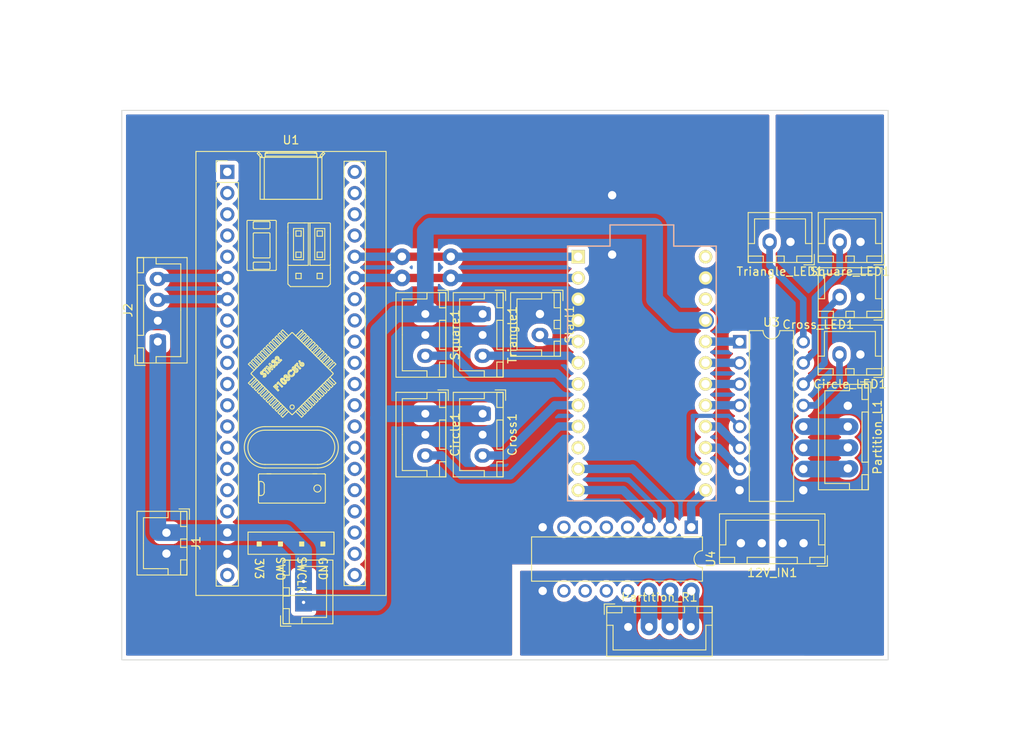
<source format=kicad_pcb>
(kicad_pcb (version 20210722) (generator pcbnew)
  (layers (0 "F.Cu" signal) (31 "B.Cu" signal) (34 "B.Paste" user) (35 "F.Paste" user) (36 "B.SilkS" user "B.Silkscreen") (37 "F.SilkS" user "F.Silkscreen") (38 "B.Mask" user) (39 "F.Mask" user) (44 "Edge.Cuts" user))
  (net 0 "")
  (net 9 "Net-(U1-Pad35)")
  (net 11 "Net-(U1-Pad36)")
  (net 35 "Net-(Circle_LED1-Pad2)")
  (net 38 "Net-(Circle1-Pad3)")
  (net 39 "Net-(Circle1-Pad1)")
  (net 40 "Net-(J2-Pad3)")
  (net 41 "Net-(J2-Pad4)")
  (net 42 "Net-(Cross1-Pad3)")
  (net 43 "Net-(Cross_LED1-Pad2)")
  (net 44 "Net-(Partition_L1-Pad2)")
  (net 45 "Net-(Partition_L1-Pad3)")
  (net 46 "Net-(Partition_L1-Pad4)")
  (net 47 "Net-(Partition_R1-Pad2)")
  (net 48 "Net-(Partition_R1-Pad3)")
  (net 49 "Net-(Partition_R1-Pad4)")
  (net 52 "Net-(Square_LED1-Pad2)")
  (net 53 "Net-(Triangle_LED1-Pad2)")
  (net 54 "Net-(U2-Pad11)")
  (net 55 "Net-(U2-Pad12)")
  (net 56 "Net-(U2-Pad13)")
  (net 57 "Net-(U2-Pad14)")
  (net 58 "Net-(U2-Pad15)")
  (net 59 "Net-(U2-Pad16)")
  (net 60 "Net-(U2-Pad17)")
  (net 61 "Net-(U2-Pad18)")
  (net 62 "Net-(U2-Pad19)")
  (net 63 "Net-(U2-Pad20)")
  (net 72 "Net-(12V_IN1-Pad1)")
  (net 73 "Net-(Square1-Pad3)")
  (net 74 "Net-(Arduino_power1-Pad2)")
  (net 75 "Net-(12V_IN1-Pad3)")
  (net 76 "Net-(Start1-Pad2)")
  (net 77 "Net-(Triangle1-Pad3)")
  (footprint "Connector_JST:JST_XH_B3B-XH-A_1x03_P2.50mm_Vertical" (layer "F.Cu") (at 198.374 91.694 -90)
    (fp_text reference "Cross1" (at 2.5 -3.55 90) (layer "F.SilkS"))
    (fp_text value "Cross_Conn_01x03")
    (pad "1" thru_hole roundrect locked (at 0 0 270) (size 1.7 1.95) (drill 0.95) (layers *.Cu *.Mask) (roundrect_rratio 0.147059) (net 39 "Net-(Circle1-Pad1)"))
    (pad "2" thru_hole oval locked (at 2.5 0 270) (size 1.7 1.95) (drill 0.95) (layers *.Cu *.Mask) (net 75 "Net-(12V_IN1-Pad3)"))
    (pad "3" thru_hole oval locked (at 5 0 270) (size 1.7 1.95) (drill 0.95) (layers *.Cu *.Mask) (net 42 "Net-(Cross1-Pad3)"))
  )
  (footprint "Connector_JST:JST_XH_B2B-XH-A_1x02_P2.50mm_Vertical" (layer "F.Cu") (at 160.545 105.938 -90)
    (fp_text reference "J1" (at 1.25 -3.55 90) (layer "F.SilkS"))
    (fp_text value "Conn_01x02")
    (pad "1" thru_hole roundrect locked (at 0 0 270) (size 1.7 2) (drill 1) (layers *.Cu *.Mask) (roundrect_rratio 0.147059) (net 74 "Net-(Arduino_power1-Pad2)"))
    (pad "2" thru_hole oval locked (at 2.5 0 270) (size 1.7 2) (drill 1) (layers *.Cu *.Mask) (net 75 "Net-(12V_IN1-Pad3)"))
  )
  (footprint "Connector_JST:JST_XH_B3B-XH-A_1x03_P2.50mm_Vertical" (layer "F.Cu") (at 191.516 91.694 -90)
    (fp_text reference "Circle1" (at 2.5 -3.55 90) (layer "F.SilkS"))
    (fp_text value "Circle_Conn_01x03")
    (pad "1" thru_hole roundrect locked (at 0 0 270) (size 1.7 1.95) (drill 0.95) (layers *.Cu *.Mask) (roundrect_rratio 0.147059) (net 39 "Net-(Circle1-Pad1)"))
    (pad "2" thru_hole oval locked (at 2.5 0 270) (size 1.7 1.95) (drill 0.95) (layers *.Cu *.Mask) (net 75 "Net-(12V_IN1-Pad3)"))
    (pad "3" thru_hole oval locked (at 5 0 270) (size 1.7 1.95) (drill 0.95) (layers *.Cu *.Mask) (net 38 "Net-(Circle1-Pad3)"))
  )
  (footprint "bluepill:YAAJ_BluePill_1" (layer "F.Cu") (at 167.83 62.74)
    (fp_text reference "U1" (at 7.62 -3.81) (layer "F.SilkS"))
    (fp_text value "YAAJ_BluePill_Part_Like" hide)
    (fp_text user "SWCLK" (at 8.89 48.26 270 unlocked) (layer "F.SilkS") (effects (font (size 1 0.9))))
    (fp_text user "SWO" (at 6.35 47.498 270 unlocked) (layer "F.SilkS") (effects (font (size 1 0.9))))
    (fp_text user "GND" (at 11.43 47.498 270 unlocked) (layer "F.SilkS") (effects (font (size 1 0.9))))
    (fp_text user "3V3" (at 3.81 47.498 270 unlocked) (layer "F.SilkS") (effects (font (size 1 0.9))))
    (pad "1" thru_hole rect locked (at 0 0) (size 1.7 1.7) (drill 1) (layers *.Cu *.Mask))
    (pad "2" thru_hole circle locked (at 0 2.54) (size 1.7 1.7) (drill 1) (layers *.Cu *.Mask))
    (pad "3" thru_hole circle locked (at 0 5.08) (size 1.7 1.7) (drill 1) (layers *.Cu *.Mask))
    (pad "4" thru_hole circle locked (at 0 7.62) (size 1.7 1.7) (drill 1) (layers *.Cu *.Mask))
    (pad "5" thru_hole circle locked (at 0 10.16) (size 1.7 1.7) (drill 1) (layers *.Cu *.Mask))
    (pad "6" thru_hole circle locked (at 0 12.7) (size 1.7 1.7) (drill 1) (layers *.Cu *.Mask) (net 41 "Net-(J2-Pad4)"))
    (pad "7" thru_hole circle locked (at 0 15.24) (size 1.7 1.7) (drill 1) (layers *.Cu *.Mask) (net 40 "Net-(J2-Pad3)"))
    (pad "8" thru_hole circle locked (at 0 17.78) (size 1.7 1.7) (drill 1) (layers *.Cu *.Mask))
    (pad "9" thru_hole circle locked (at 0 20.32) (size 1.7 1.7) (drill 1) (layers *.Cu *.Mask))
    (pad "10" thru_hole circle locked (at 0 22.86) (size 1.7 1.7) (drill 1) (layers *.Cu *.Mask))
    (pad "11" thru_hole circle locked (at 0 25.4) (size 1.7 1.7) (drill 1) (layers *.Cu *.Mask))
    (pad "12" thru_hole circle locked (at 0 27.94) (size 1.7 1.7) (drill 1) (layers *.Cu *.Mask))
    (pad "13" thru_hole circle locked (at 0 30.48) (size 1.7 1.7) (drill 1) (layers *.Cu *.Mask))
    (pad "14" thru_hole circle locked (at 0 33.02) (size 1.7 1.7) (drill 1) (layers *.Cu *.Mask))
    (pad "15" thru_hole circle locked (at 0 35.56) (size 1.7 1.7) (drill 1) (layers *.Cu *.Mask))
    (pad "16" thru_hole circle locked (at 0 38.1) (size 1.7 1.7) (drill 1) (layers *.Cu *.Mask))
    (pad "17" thru_hole circle locked (at 0 40.64) (size 1.7 1.7) (drill 1) (layers *.Cu *.Mask))
    (pad "18" thru_hole circle locked (at 0 43.18) (size 1.7 1.7) (drill 1) (layers *.Cu *.Mask) (net 74 "Net-(Arduino_power1-Pad2)"))
    (pad "19" thru_hole circle locked (at 0 45.72) (size 1.7 1.7) (drill 1) (layers *.Cu *.Mask) (net 75 "Net-(12V_IN1-Pad3)"))
    (pad "20" thru_hole circle locked (at 0 48.26) (size 1.7 1.7) (drill 1) (layers *.Cu *.Mask))
    (pad "21" thru_hole circle locked (at 15.24 48.26) (size 1.7 1.7) (drill 1) (layers *.Cu *.Mask))
    (pad "22" thru_hole circle locked (at 15.24 45.72) (size 1.7 1.7) (drill 1) (layers *.Cu *.Mask))
    (pad "23" thru_hole circle locked (at 15.24 43.18) (size 1.7 1.7) (drill 1) (layers *.Cu *.Mask))
    (pad "24" thru_hole circle locked (at 15.24 40.64) (size 1.7 1.7) (drill 1) (layers *.Cu *.Mask))
    (pad "25" thru_hole circle locked (at 15.24 38.1) (size 1.7 1.7) (drill 1) (layers *.Cu *.Mask))
    (pad "26" thru_hole circle locked (at 15.24 35.56) (size 1.7 1.7) (drill 1) (layers *.Cu *.Mask))
    (pad "27" thru_hole circle locked (at 15.24 33.02) (size 1.7 1.7) (drill 1) (layers *.Cu *.Mask))
    (pad "28" thru_hole circle locked (at 15.24 30.48) (size 1.7 1.7) (drill 1) (layers *.Cu *.Mask))
    (pad "29" thru_hole circle locked (at 15.24 27.94) (size 1.7 1.7) (drill 1) (layers *.Cu *.Mask))
    (pad "30" thru_hole circle locked (at 15.24 25.4) (size 1.7 1.7) (drill 1) (layers *.Cu *.Mask))
    (pad "31" thru_hole circle locked (at 15.24 22.86) (size 1.7 1.7) (drill 1) (layers *.Cu *.Mask))
    (pad "32" thru_hole circle locked (at 15.24 20.32) (size 1.7 1.7) (drill 1) (layers *.Cu *.Mask))
    (pad "33" thru_hole circle locked (at 15.24 17.78) (size 1.7 1.7) (drill 1) (layers *.Cu *.Mask))
    (pad "34" thru_hole circle locked (at 15.24 15.24) (size 1.7 1.7) (drill 1) (layers *.Cu *.Mask))
    (pad "35" thru_hole circle locked (at 15.24 12.7) (size 1.7 1.7) (drill 1) (layers *.Cu *.Mask) (net 9 "Net-(U1-Pad35)"))
    (pad "36" thru_hole circle locked (at 15.24 10.16) (size 1.7 1.7) (drill 1) (layers *.Cu *.Mask) (net 11 "Net-(U1-Pad36)"))
    (pad "37" thru_hole circle locked (at 15.24 7.62) (size 1.7 1.7) (drill 1) (layers *.Cu *.Mask))
    (pad "38" thru_hole circle locked (at 15.24 5.08) (size 1.7 1.7) (drill 1) (layers *.Cu *.Mask))
    (pad "39" thru_hole circle locked (at 15.24 2.54) (size 1.7 1.7) (drill 1) (layers *.Cu *.Mask))
    (pad "40" thru_hole circle locked (at 15.24 0) (size 1.7 1.7) (drill 1) (layers *.Cu *.Mask))
  )
  (footprint "promicro:ProMicro" (layer "F.Cu") (at 217.424 86.868 -90)
    (fp_text reference "U2" hide)
    (fp_text value "ProMicro")
    (pad "1" thru_hole rect locked (at -13.97 7.62 270) (size 1.6 1.6) (drill 1) (layers *.Cu *.Mask "F.SilkS") (net 11 "Net-(U1-Pad36)"))
    (pad "2" thru_hole circle locked (at -11.43 7.62 270) (size 1.6 1.6) (drill 1) (layers *.Cu *.Mask "F.SilkS") (net 9 "Net-(U1-Pad35)"))
    (pad "3" thru_hole circle locked (at -8.89 7.62 270) (size 1.6 1.6) (drill 1) (layers *.Cu *.Mask "F.SilkS") (net 75 "Net-(12V_IN1-Pad3)"))
    (pad "4" thru_hole circle locked (at -6.35 7.62 270) (size 1.6 1.6) (drill 1) (layers *.Cu *.Mask "F.SilkS") (net 75 "Net-(12V_IN1-Pad3)"))
    (pad "5" thru_hole circle locked (at -3.81 7.62 270) (size 1.6 1.6) (drill 1) (layers *.Cu *.Mask "F.SilkS") (net 76 "Net-(Start1-Pad2)"))
    (pad "6" thru_hole circle locked (at -1.27 7.62 270) (size 1.6 1.6) (drill 1) (layers *.Cu *.Mask "F.SilkS") (net 77 "Net-(Triangle1-Pad3)"))
    (pad "7" thru_hole circle locked (at 1.27 7.62 270) (size 1.6 1.6) (drill 1) (layers *.Cu *.Mask "F.SilkS") (net 73 "Net-(Square1-Pad3)"))
    (pad "8" thru_hole circle locked (at 3.81 7.62 270) (size 1.6 1.6) (drill 1) (layers *.Cu *.Mask "F.SilkS") (net 42 "Net-(Cross1-Pad3)"))
    (pad "9" thru_hole circle locked (at 6.35 7.62 270) (size 1.6 1.6) (drill 1) (layers *.Cu *.Mask "F.SilkS") (net 38 "Net-(Circle1-Pad3)"))
    (pad "10" thru_hole circle locked (at 8.89 7.62 270) (size 1.6 1.6) (drill 1) (layers *.Cu *.Mask "F.SilkS"))
    (pad "11" thru_hole circle locked (at 11.43 7.62 270) (size 1.6 1.6) (drill 1) (layers *.Cu *.Mask "F.SilkS") (net 54 "Net-(U2-Pad11)"))
    (pad "12" thru_hole circle locked (at 13.97 7.62 270) (size 1.6 1.6) (drill 1) (layers *.Cu *.Mask "F.SilkS") (net 55 "Net-(U2-Pad12)"))
    (pad "13" thru_hole circle locked (at 13.97 -7.62 270) (size 1.6 1.6) (drill 1) (layers *.Cu *.Mask "F.SilkS") (net 56 "Net-(U2-Pad13)"))
    (pad "14" thru_hole circle locked (at 11.43 -7.62 270) (size 1.6 1.6) (drill 1) (layers *.Cu *.Mask "F.SilkS") (net 57 "Net-(U2-Pad14)"))
    (pad "15" thru_hole circle locked (at 8.89 -7.62 270) (size 1.6 1.6) (drill 1) (layers *.Cu *.Mask "F.SilkS") (net 58 "Net-(U2-Pad15)"))
    (pad "16" thru_hole circle locked (at 6.35 -7.62 270) (size 1.6 1.6) (drill 1) (layers *.Cu *.Mask "F.SilkS") (net 59 "Net-(U2-Pad16)"))
    (pad "17" thru_hole circle locked (at 3.81 -7.62 270) (size 1.6 1.6) (drill 1) (layers *.Cu *.Mask "F.SilkS") (net 60 "Net-(U2-Pad17)"))
    (pad "18" thru_hole circle locked (at 1.27 -7.62 270) (size 1.6 1.6) (drill 1) (layers *.Cu *.Mask "F.SilkS") (net 61 "Net-(U2-Pad18)"))
    (pad "19" thru_hole circle locked (at -1.27 -7.62 270) (size 1.6 1.6) (drill 1) (layers *.Cu *.Mask "F.SilkS") (net 62 "Net-(U2-Pad19)"))
    (pad "20" thru_hole circle locked (at -3.81 -7.62 270) (size 1.6 1.6) (drill 1) (layers *.Cu *.Mask "F.SilkS") (net 63 "Net-(U2-Pad20)"))
    (pad "21" thru_hole circle locked (at -6.35 -7.62 270) (size 1.6 1.6) (drill 1) (layers *.Cu *.Mask "F.SilkS") (net 39 "Net-(Circle1-Pad1)"))
    (pad "22" thru_hole circle locked (at -8.89 -7.62 270) (size 1.6 1.6) (drill 1) (layers *.Cu *.Mask "F.SilkS"))
    (pad "23" thru_hole circle locked (at -11.43 -7.62 270) (size 1.6 1.6) (drill 1) (layers *.Cu *.Mask "F.SilkS") (net 75 "Net-(12V_IN1-Pad3)"))
    (pad "24" thru_hole circle locked (at -13.97 -7.62 270) (size 1.6 1.6) (drill 1) (layers *.Cu *.Mask "F.SilkS"))
  )
  (footprint "Connector_JST:JST_XH_B4B-XH-A_1x04_P2.50mm_Vertical" (layer "F.Cu") (at 242.062 90.738 -90)
    (fp_text reference "Partition_L1" (at 3.75 -3.55 90) (layer "F.SilkS"))
    (fp_text value "Conn_01x04")
    (pad "1" thru_hole roundrect locked (at 0 0 270) (size 1.7 1.95) (drill 1) (layers *.Cu *.Mask) (roundrect_rratio 0.147059) (net 72 "Net-(12V_IN1-Pad1)"))
    (pad "2" thru_hole oval locked (at 2.5 0 270) (size 1.7 1.95) (drill 1) (layers *.Cu *.Mask) (net 44 "Net-(Partition_L1-Pad2)"))
    (pad "3" thru_hole oval locked (at 5 0 270) (size 1.7 1.95) (drill 1) (layers *.Cu *.Mask) (net 45 "Net-(Partition_L1-Pad3)"))
    (pad "4" thru_hole oval locked (at 7.5 0 270) (size 1.7 1.95) (drill 1) (layers *.Cu *.Mask) (net 46 "Net-(Partition_L1-Pad4)"))
  )
  (footprint "Connector_JST:JST_XH_B3B-XH-A_1x03_P2.50mm_Vertical" (layer "F.Cu") (at 191.516 79.756 -90)
    (fp_text reference "Square1" (at 2.5 -3.55 90) (layer "F.SilkS"))
    (fp_text value "Square_Conn_01x03")
    (pad "1" thru_hole roundrect locked (at 0 0 270) (size 1.7 1.95) (drill 0.95) (layers *.Cu *.Mask) (roundrect_rratio 0.147059) (net 39 "Net-(Circle1-Pad1)"))
    (pad "2" thru_hole oval locked (at 2.5 0 270) (size 1.7 1.95) (drill 0.95) (layers *.Cu *.Mask) (net 75 "Net-(12V_IN1-Pad3)"))
    (pad "3" thru_hole oval locked (at 5 0 270) (size 1.7 1.95) (drill 0.95) (layers *.Cu *.Mask) (net 73 "Net-(Square1-Pad3)"))
  )
  (footprint "Connector_JST:JST_XH_B4B-XH-A_1x04_P2.50mm_Vertical" (layer "F.Cu") (at 236.771 107.188 180)
    (fp_text reference "12V_IN1" (at 3.75 -3.55) (layer "F.SilkS"))
    (fp_text value "Conn_01x04")
    (pad "1" thru_hole roundrect locked (at 0 0 180) (size 1.7 1.95) (drill 1) (layers *.Cu *.Mask) (roundrect_rratio 0.147059) (net 72 "Net-(12V_IN1-Pad1)"))
    (pad "2" thru_hole oval locked (at 2.5 0 180) (size 1.7 1.95) (drill 1) (layers *.Cu *.Mask) (net 72 "Net-(12V_IN1-Pad1)"))
    (pad "3" thru_hole oval locked (at 5 0 180) (size 1.7 1.95) (drill 1) (layers *.Cu *.Mask) (net 75 "Net-(12V_IN1-Pad3)"))
    (pad "4" thru_hole oval locked (at 7.5 0 180) (size 1.7 1.95) (drill 1) (layers *.Cu *.Mask) (net 75 "Net-(12V_IN1-Pad3)"))
  )
  (footprint "Connector_JST:JST_XH_B3B-XH-A_1x03_P2.50mm_Vertical" (layer "F.Cu") (at 198.374 79.756 -90)
    (fp_text reference "Triangle1" (at 2.5 -3.55 90) (layer "F.SilkS"))
    (fp_text value "Triangle_Conn_01x03")
    (pad "1" thru_hole roundrect locked (at 0 0 270) (size 1.7 1.95) (drill 0.95) (layers *.Cu *.Mask) (roundrect_rratio 0.147059) (net 39 "Net-(Circle1-Pad1)"))
    (pad "2" thru_hole oval locked (at 2.5 0 270) (size 1.7 1.95) (drill 0.95) (layers *.Cu *.Mask) (net 75 "Net-(12V_IN1-Pad3)"))
    (pad "3" thru_hole oval locked (at 5 0 270) (size 1.7 1.95) (drill 0.95) (layers *.Cu *.Mask) (net 77 "Net-(Triangle1-Pad3)"))
  )
  (footprint "Connector_JST:JST_XH_B2B-XH-A_1x02_P2.50mm_Vertical" (layer "F.Cu") (at 205.232 79.756 -90)
    (fp_text reference "Start1" (at 1.25 -3.55 90) (layer "F.SilkS"))
    (fp_text value "START_Conn_01x02")
    (pad "1" thru_hole roundrect locked (at 0 0 270) (size 1.7 2) (drill 1) (layers *.Cu *.Mask) (roundrect_rratio 0.147059) (net 75 "Net-(12V_IN1-Pad3)"))
    (pad "2" thru_hole oval locked (at 2.5 0 270) (size 1.7 2) (drill 1) (layers *.Cu *.Mask) (net 76 "Net-(Start1-Pad2)"))
  )
  (footprint "Connector_JST:JST_XH_B2B-XH-A_1x02_P2.50mm_Vertical" (layer "F.Cu") (at 243.586 71.12 180)
    (fp_text reference "Square_LED1" (at 1.25 -3.55) (layer "F.SilkS"))
    (fp_text value "Conn_01x02")
    (pad "1" thru_hole roundrect locked (at 0 0 180) (size 1.7 2) (drill 1) (layers *.Cu *.Mask) (roundrect_rratio 0.147059) (net 72 "Net-(12V_IN1-Pad1)"))
    (pad "2" thru_hole oval locked (at 2.5 0 180) (size 1.7 2) (drill 1) (layers *.Cu *.Mask) (net 52 "Net-(Square_LED1-Pad2)"))
  )
  (footprint "Connector_JST:JST_XH_B2B-XH-A_1x02_P2.50mm_Vertical" (layer "F.Cu") (at 176.95 114.275 90)
    (fp_text reference "Arduino_power1" hide)
    (fp_text value "Conn_01x02" hide)
    (pad "1" thru_hole rect locked (at 0 0 90) (size 2.2 2) (drill 0.4) (layers *.Cu *.Mask) (net 39 "Net-(Circle1-Pad1)"))
    (pad "2" thru_hole rect locked (at 2.5 0 90) (size 2.2 2) (drill 0.4) (layers *.Cu *.Mask) (net 74 "Net-(Arduino_power1-Pad2)"))
  )
  (footprint "Connector_JST:JST_XH_B2B-XH-A_1x02_P2.50mm_Vertical" (layer "F.Cu") (at 235.204 71.12 180)
    (fp_text reference "Triangle_LED1" (at 1.25 -3.55) (layer "F.SilkS"))
    (fp_text value "Conn_01x02")
    (pad "1" thru_hole roundrect locked (at 0 0 180) (size 1.7 2) (drill 1) (layers *.Cu *.Mask) (roundrect_rratio 0.147059) (net 72 "Net-(12V_IN1-Pad1)"))
    (pad "2" thru_hole oval locked (at 2.5 0 180) (size 1.7 2) (drill 1) (layers *.Cu *.Mask) (net 53 "Net-(Triangle_LED1-Pad2)"))
  )
  (footprint "Package_DIP:DIP-16_W7.62mm" (layer "F.Cu") (at 223.34 105.28 -90)
    (fp_text reference "U4" (at 3.81 -2.33 90) (layer "F.SilkS"))
    (fp_text value "ULN2003")
    (pad "1" thru_hole rect locked (at 0 0 270) (size 1.6 1.6) (drill 1) (layers *.Cu *.Mask) (net 56 "Net-(U2-Pad13)"))
    (pad "2" thru_hole oval locked (at 0 2.54 270) (size 1.6 1.6) (drill 1) (layers *.Cu *.Mask) (net 54 "Net-(U2-Pad11)"))
    (pad "3" thru_hole oval locked (at 0 5.08 270) (size 1.6 1.6) (drill 1) (layers *.Cu *.Mask) (net 55 "Net-(U2-Pad12)"))
    (pad "4" thru_hole oval locked (at 0 7.62 270) (size 1.6 1.6) (drill 1) (layers *.Cu *.Mask))
    (pad "5" thru_hole oval locked (at 0 10.16 270) (size 1.6 1.6) (drill 1) (layers *.Cu *.Mask))
    (pad "6" thru_hole oval locked (at 0 12.7 270) (size 1.6 1.6) (drill 1) (layers *.Cu *.Mask))
    (pad "7" thru_hole oval locked (at 0 15.24 270) (size 1.6 1.6) (drill 1) (layers *.Cu *.Mask))
    (pad "8" thru_hole oval locked (at 0 17.78 270) (size 1.6 1.6) (drill 1) (layers *.Cu *.Mask) (net 75 "Net-(12V_IN1-Pad3)"))
    (pad "9" thru_hole oval locked (at 7.62 17.78 270) (size 1.6 1.6) (drill 1) (layers *.Cu *.Mask) (net 72 "Net-(12V_IN1-Pad1)"))
    (pad "10" thru_hole oval locked (at 7.62 15.24 270) (size 1.6 1.6) (drill 1) (layers *.Cu *.Mask))
    (pad "11" thru_hole oval locked (at 7.62 12.7 270) (size 1.6 1.6) (drill 1) (layers *.Cu *.Mask))
    (pad "12" thru_hole oval locked (at 7.62 10.16 270) (size 1.6 1.6) (drill 1) (layers *.Cu *.Mask))
    (pad "13" thru_hole oval locked (at 7.62 7.62 270) (size 1.6 1.6) (drill 1) (layers *.Cu *.Mask))
    (pad "14" thru_hole oval locked (at 7.62 5.08 270) (size 1.6 1.6) (drill 1) (layers *.Cu *.Mask) (net 47 "Net-(Partition_R1-Pad2)"))
    (pad "15" thru_hole oval locked (at 7.62 2.54 270) (size 1.6 1.6) (drill 1) (layers *.Cu *.Mask) (net 48 "Net-(Partition_R1-Pad3)"))
    (pad "16" thru_hole oval locked (at 7.62 0 270) (size 1.6 1.6) (drill 1) (layers *.Cu *.Mask) (net 49 "Net-(Partition_R1-Pad4)"))
  )
  (footprint "Package_DIP:DIP-16_W7.62mm" (layer "F.Cu") (at 229.118 83.073)
    (fp_text reference "U3" (at 3.81 -2.33) (layer "F.SilkS"))
    (fp_text value "ULN2003")
    (pad "1" thru_hole rect locked (at 0 0) (size 1.6 1.6) (drill 1) (layers *.Cu *.Mask) (net 63 "Net-(U2-Pad20)"))
    (pad "2" thru_hole oval locked (at 0 2.54) (size 1.6 1.6) (drill 1) (layers *.Cu *.Mask) (net 62 "Net-(U2-Pad19)"))
    (pad "3" thru_hole oval locked (at 0 5.08) (size 1.6 1.6) (drill 1) (layers *.Cu *.Mask) (net 61 "Net-(U2-Pad18)"))
    (pad "4" thru_hole oval locked (at 0 7.62) (size 1.6 1.6) (drill 1) (layers *.Cu *.Mask) (net 60 "Net-(U2-Pad17)"))
    (pad "5" thru_hole oval locked (at 0 10.16) (size 1.6 1.6) (drill 1) (layers *.Cu *.Mask) (net 57 "Net-(U2-Pad14)"))
    (pad "6" thru_hole oval locked (at 0 12.7) (size 1.6 1.6) (drill 1) (layers *.Cu *.Mask) (net 59 "Net-(U2-Pad16)"))
    (pad "7" thru_hole oval locked (at 0 15.24) (size 1.6 1.6) (drill 1) (layers *.Cu *.Mask) (net 58 "Net-(U2-Pad15)"))
    (pad "8" thru_hole oval locked (at 0 17.78) (size 1.6 1.6) (drill 1) (layers *.Cu *.Mask) (net 75 "Net-(12V_IN1-Pad3)"))
    (pad "9" thru_hole oval locked (at 7.62 17.78) (size 1.6 1.6) (drill 1) (layers *.Cu *.Mask) (net 72 "Net-(12V_IN1-Pad1)"))
    (pad "10" thru_hole oval locked (at 7.62 15.24) (size 1.6 1.6) (drill 1) (layers *.Cu *.Mask) (net 46 "Net-(Partition_L1-Pad4)"))
    (pad "11" thru_hole oval locked (at 7.62 12.7) (size 1.6 1.6) (drill 1) (layers *.Cu *.Mask) (net 45 "Net-(Partition_L1-Pad3)"))
    (pad "12" thru_hole oval locked (at 7.62 10.16) (size 1.6 1.6) (drill 1) (layers *.Cu *.Mask) (net 44 "Net-(Partition_L1-Pad2)"))
    (pad "13" thru_hole oval locked (at 7.62 7.62) (size 1.6 1.6) (drill 1) (layers *.Cu *.Mask) (net 35 "Net-(Circle_LED1-Pad2)"))
    (pad "14" thru_hole oval locked (at 7.62 5.08) (size 1.6 1.6) (drill 1) (layers *.Cu *.Mask) (net 43 "Net-(Cross_LED1-Pad2)"))
    (pad "15" thru_hole oval locked (at 7.62 2.54) (size 1.6 1.6) (drill 1) (layers *.Cu *.Mask) (net 52 "Net-(Square_LED1-Pad2)"))
    (pad "16" thru_hole oval locked (at 7.62 0) (size 1.6 1.6) (drill 1) (layers *.Cu *.Mask) (net 53 "Net-(Triangle_LED1-Pad2)"))
  )
  (footprint "Connector_JST:JST_XH_B4B-XH-A_1x04_P2.50mm_Vertical" (layer "F.Cu") (at 215.78 117.218)
    (fp_text reference "Partition_R1" (at 3.75 -3.55) (layer "F.SilkS"))
    (fp_text value "Conn_01x04")
    (pad "1" thru_hole roundrect locked (at 0 0) (size 1.7 1.95) (drill 0.95) (layers *.Cu *.Mask) (roundrect_rratio 0.147059) (net 72 "Net-(12V_IN1-Pad1)"))
    (pad "2" thru_hole oval locked (at 2.5 0) (size 1.7 1.95) (drill 0.95) (layers *.Cu *.Mask) (net 47 "Net-(Partition_R1-Pad2)"))
    (pad "3" thru_hole oval locked (at 5 0) (size 1.7 1.95) (drill 0.95) (layers *.Cu *.Mask) (net 48 "Net-(Partition_R1-Pad3)"))
    (pad "4" thru_hole oval locked (at 7.5 0) (size 1.7 1.95) (drill 0.95) (layers *.Cu *.Mask) (net 49 "Net-(Partition_R1-Pad4)"))
  )
  (footprint "Connector_JST:JST_XH_B2B-XH-A_1x02_P2.50mm_Vertical" (layer "F.Cu") (at 243.566 84.599 180)
    (fp_text reference "Circle_LED1" (at 1.25 -3.55) (layer "F.SilkS"))
    (fp_text value "Conn_01x02")
    (pad "1" thru_hole roundrect locked (at 0 0 180) (size 1.7 2) (drill 1) (layers *.Cu *.Mask) (roundrect_rratio 0.147059) (net 72 "Net-(12V_IN1-Pad1)"))
    (pad "2" thru_hole oval locked (at 2.5 0 180) (size 1.7 2) (drill 1) (layers *.Cu *.Mask) (net 35 "Net-(Circle_LED1-Pad2)"))
  )
  (footprint "Connector_JST:JST_XH_B4B-XH-A_1x04_P2.50mm_Vertical" (layer "F.Cu") (at 159.512 83.058 90)
    (fp_text reference "J2" (at 3.75 -3.55 90) (layer "F.SilkS"))
    (fp_text value "Conn_01x04")
    (pad "1" thru_hole roundrect locked (at 0 0 90) (size 1.7 1.95) (drill 0.95) (layers *.Cu *.Mask) (roundrect_rratio 0.147059) (net 74 "Net-(Arduino_power1-Pad2)"))
    (pad "2" thru_hole oval locked (at 2.5 0 90) (size 1.7 1.95) (drill 0.95) (layers *.Cu *.Mask) (net 75 "Net-(12V_IN1-Pad3)"))
    (pad "3" thru_hole oval locked (at 5 0 90) (size 1.7 1.95) (drill 0.95) (layers *.Cu *.Mask) (net 40 "Net-(J2-Pad3)"))
    (pad "4" thru_hole oval locked (at 7.5 0 90) (size 1.7 1.95) (drill 0.95) (layers *.Cu *.Mask) (net 41 "Net-(J2-Pad4)"))
  )
  (footprint "Connector_JST:JST_XH_B2B-XH-A_1x02_P2.50mm_Vertical" (layer "F.Cu") (at 243.586 77.724 180)
    (fp_text reference "Cross_LED1" (at 5.06 -3.296) (layer "F.SilkS"))
    (fp_text value "Conn_01x02")
    (pad "1" thru_hole roundrect locked (at 0 0 180) (size 1.7 2) (drill 1) (layers *.Cu *.Mask) (roundrect_rratio 0.147059) (net 72 "Net-(12V_IN1-Pad1)"))
    (pad "2" thru_hole oval locked (at 2.5 0 180) (size 1.7 2) (drill 1) (layers *.Cu *.Mask) (net 43 "Net-(Cross_LED1-Pad2)"))
  )
  (gr_rect (start 246.888 121.158) (end 155.206528 55.372) (layer "Edge.Cuts") (width 0.1) (fill none))
  (segment (start 188.722 75.438) (end 194.564 75.438) (width 1) (layer "F.Cu") (net 9))
  (via (at 188.722 75.438) (size 2) (drill 1) (layers "F.Cu" "B.Cu") (net 9))
  (via (at 194.564 75.438) (size 2) (drill 1) (layers "F.Cu" "B.Cu") (net 9))
  (segment (start 209.802 75.44) (end 209.804 75.438) (width 1) (layer "B.Cu") (net 9))
  (segment (start 183.072 75.438) (end 183.07 75.44) (width 1) (layer "B.Cu") (net 9))
  (segment (start 183.07 75.44) (end 188.72 75.44) (width 1) (layer "B.Cu") (net 9))
  (segment (start 209.804 75.438) (end 194.564 75.438) (width 1) (layer "B.Cu") (net 9))
  (segment (start 188.72 75.44) (end 188.722 75.438) (width 1) (layer "B.Cu") (net 9))
  (segment (start 188.722 72.898) (end 194.564 72.898) (width 1) (layer "F.Cu") (net 11))
  (via (at 188.722 72.898) (size 2) (drill 1) (layers "F.Cu" "B.Cu") (net 11))
  (via (at 194.564 72.898) (size 2) (drill 1) (layers "F.Cu" "B.Cu") (net 11))
  (segment (start 183.07 72.9) (end 188.72 72.9) (width 1) (layer "B.Cu") (net 11))
  (segment (start 209.802 72.9) (end 209.804 72.898) (width 1) (layer "B.Cu") (net 11))
  (segment (start 183.072 72.898) (end 183.07 72.9) (width 1) (layer "B.Cu") (net 11))
  (segment (start 188.72 72.9) (end 188.722 72.898) (width 1) (layer "B.Cu") (net 11))
  (segment (start 194.564 72.898) (end 209.804 72.898) (width 1) (layer "B.Cu") (net 11))
  (segment (start 238.237 90.693) (end 241.066 87.864) (width 0.8) (layer "B.Cu") (net 35))
  (segment (start 241.066 87.864) (end 241.066 84.599) (width 0.8) (layer "B.Cu") (net 35))
  (segment (start 236.738 90.693) (end 238.237 90.693) (width 0.8) (layer "B.Cu") (net 35))
  (segment (start 209.804 93.218) (end 207.518 93.218) (width 1) (layer "B.Cu") (net 38))
  (segment (start 207.518 93.218) (end 201.676 99.06) (width 1) (layer "B.Cu") (net 38))
  (segment (start 195.834 99.06) (end 193.468 96.694) (width 1) (layer "B.Cu") (net 38))
  (segment (start 201.676 99.06) (end 195.834 99.06) (width 1) (layer "B.Cu") (net 38))
  (segment (start 193.468 96.694) (end 191.516 96.694) (width 1) (layer "B.Cu") (net 38))
  (segment (start 185.928 92.202) (end 185.928 89.408) (width 2) (layer "B.Cu") (net 39))
  (segment (start 185.674 114.3) (end 185.928 114.046) (width 2) (layer "B.Cu") (net 39))
  (segment (start 187.96 79.756) (end 198.374 79.756) (width 2) (layer "B.Cu") (net 39))
  (segment (start 218.85352 69.24752) (end 192.11848 69.24752) (width 2) (layer "B.Cu") (net 39))
  (segment (start 191.516 69.85) (end 191.516 79.756) (width 2) (layer "B.Cu") (net 39))
  (segment (start 187.946542 79.769458) (end 187.96 79.756) (width 2) (layer "B.Cu") (net 39))
  (segment (start 192.11848 69.24752) (end 191.516 69.85) (width 2) (layer "B.Cu") (net 39))
  (segment (start 187.946542 79.769458) (end 185.928 81.788) (width 2) (layer "B.Cu") (net 39))
  (segment (start 188.294 91.694) (end 198.374 91.694) (width 2) (layer "B.Cu") (net 39))
  (segment (start 186.436 91.694) (end 185.928 92.202) (width 2) (layer "B.Cu") (net 39))
  (segment (start 188.254 91.734) (end 188.294 91.694) (width 2) (layer "B.Cu") (net 39))
  (segment (start 221.468 80.518) (end 218.948 77.998) (width 2) (layer "B.Cu") (net 39))
  (segment (start 180.086 114.3) (end 180.061 114.275) (width 2) (layer "B.Cu") (net 39))
  (segment (start 225.044 80.518) (end 221.468 80.518) (width 2) (layer "B.Cu") (net 39))
  (segment (start 218.85352 69.24752) (end 218.948 69.342) (width 2) (layer "B.Cu") (net 39))
  (segment (start 180.086 114.3) (end 185.674 114.3) (width 2) (layer "B.Cu") (net 39))
  (segment (start 188.294 91.694) (end 186.436 91.694) (width 2) (layer "B.Cu") (net 39))
  (segment (start 225.024 80.498) (end 225.044 80.518) (width 2) (layer "B.Cu") (net 39))
  (segment (start 185.928 81.788) (end 185.928 89.408) (width 2) (layer "B.Cu") (net 39))
  (segment (start 180.061 114.275) (end 176.95 114.275) (width 2) (layer "B.Cu") (net 39))
  (segment (start 218.948 69.342) (end 218.948 77.998) (width 2) (layer "B.Cu") (net 39))
  (segment (start 185.928 114.046) (end 185.928 92.202) (width 2) (layer "B.Cu") (net 39))
  (segment (start 167.83 77.98) (end 159.59 77.98) (width 1) (layer "B.Cu") (net 40))
  (segment (start 167.752 78.058) (end 167.83 77.98) (width 1) (layer "B.Cu") (net 40))
  (segment (start 159.59 77.98) (end 159.512 78.058) (width 1) (layer "B.Cu") (net 40))
  (segment (start 167.712 75.558) (end 167.83 75.44) (width 1) (layer "B.Cu") (net 41))
  (segment (start 167.83 75.44) (end 159.63 75.44) (width 1) (layer "B.Cu") (net 41))
  (segment (start 159.63 75.44) (end 159.512 75.558) (width 1) (layer "B.Cu") (net 41))
  (segment (start 200.994 96.694) (end 207.01 90.678) (width 1) (layer "B.Cu") (net 42))
  (segment (start 207.01 90.678) (end 209.804 90.678) (width 1) (layer "B.Cu") (net 42))
  (segment (start 198.374 96.694) (end 200.994 96.694) (width 1) (layer "B.Cu") (net 42))
  (segment (start 239.268 79.542) (end 241.086 77.724) (width 0.8) (layer "B.Cu") (net 43))
  (segment (start 239.268 85.623) (end 239.268 79.542) (width 0.8) (layer "B.Cu") (net 43))
  (segment (start 236.738 88.153) (end 239.268 85.623) (width 0.8) (layer "B.Cu") (net 43))
  (segment (start 242.328 93.233) (end 242.333 93.238) (width 2) (layer "B.Cu") (net 44))
  (segment (start 236.738 93.233) (end 242.328 93.233) (width 2) (layer "B.Cu") (net 44))
  (segment (start 236.738 95.773) (end 242.298 95.773) (width 2) (layer "B.Cu") (net 45))
  (segment (start 242.298 95.773) (end 242.333 95.738) (width 2) (layer "B.Cu") (net 45))
  (segment (start 242.258 98.313) (end 242.333 98.238) (width 2) (layer "B.Cu") (net 46))
  (segment (start 236.738 98.313) (end 242.258 98.313) (width 2) (layer "B.Cu") (net 46))
  (segment (start 218.28 112.92) (end 218.26 112.9) (width 2) (layer "B.Cu") (net 47))
  (segment (start 218.28 117.218) (end 218.28 112.92) (width 2) (layer "B.Cu") (net 47))
  (segment (start 220.78 117.218) (end 220.78 112.92) (width 2) (layer "B.Cu") (net 48))
  (segment (start 220.78 112.92) (end 220.8 112.9) (width 2) (layer "B.Cu") (net 48))
  (segment (start 223.28 117.218) (end 223.28 112.96) (width 2) (layer "B.Cu") (net 49))
  (segment (start 223.28 112.96) (end 223.34 112.9) (width 2) (layer "B.Cu") (net 49))
  (segment (start 238.137511 77.838489) (end 241.086 74.89) (width 0.8) (layer "B.Cu") (net 52))
  (segment (start 241.086 74.89) (end 241.086 71.12) (width 0.8) (layer "B.Cu") (net 52))
  (segment (start 238.137511 84.213489) (end 238.137511 77.838489) (width 0.8) (layer "B.Cu") (net 52))
  (segment (start 236.738 85.613) (end 238.137511 84.213489) (width 0.8) (layer "B.Cu") (net 52))
  (segment (start 236.738 77.988) (end 232.704 73.954) (width 0.8) (layer "B.Cu") (net 53))
  (segment (start 236.738 83.073) (end 236.738 77.988) (width 0.8) (layer "B.Cu") (net 53))
  (segment (start 232.704 73.954) (end 232.704 71.12) (width 0.8) (layer "B.Cu") (net 53))
  (segment (start 220.8 102.75) (end 216.3 98.25) (width 1) (layer "B.Cu") (net 54))
  (segment (start 216.252 98.298) (end 209.804 98.298) (width 1) (layer "B.Cu") (net 54))
  (segment (start 220.8 105.28) (end 220.8 102.75) (width 1) (layer "B.Cu") (net 54))
  (segment (start 216.3 98.25) (end 216.252 98.298) (width 1) (layer "B.Cu") (net 54))
  (segment (start 215.188 100.838) (end 209.804 100.838) (width 1) (layer "B.Cu") (net 55))
  (segment (start 218.26 103.91) (end 215.188 100.838) (width 1) (layer "B.Cu") (net 55))
  (segment (start 218.26 105.28) (end 218.26 103.91) (width 1) (layer "B.Cu") (net 55))
  (segment (start 223.34 103.39) (end 223.34 105.28) (width 1) (layer "B.Cu") (net 56))
  (segment (start 225.044 100.838) (end 223.3 102.582) (width 1) (layer "B.Cu") (net 56))
  (segment (start 223.3 103.35) (end 223.34 103.39) (width 1) (layer "B.Cu") (net 56))
  (segment (start 223.3 102.582) (end 223.3 103.35) (width 1) (layer "B.Cu") (net 56))
  (segment (start 225.044 98.298) (end 223.52 96.774) (width 0.5) (layer "B.Cu") (net 57))
  (segment (start 223.52 96.774) (end 223.52 91.948) (width 0.5) (layer "B.Cu") (net 57))
  (segment (start 223.52 91.948) (end 227.833 91.948) (width 0.5) (layer "B.Cu") (net 57))
  (segment (start 223.52 91.948) (end 223.540489 91.968489) (width 0.5) (layer "B.Cu") (net 57))
  (segment (start 227.833 91.948) (end 229.118 93.233) (width 0.5) (layer "B.Cu") (net 57))
  (segment (start 225.044 95.758) (end 226.563 95.758) (width 1) (layer "B.Cu") (net 58))
  (segment (start 226.563 95.758) (end 229.118 98.313) (width 1) (layer "B.Cu") (net 58))
  (segment (start 225.044 93.218) (end 226.563 93.218) (width 1) (layer "B.Cu") (net 59))
  (segment (start 226.563 93.218) (end 229.118 95.773) (width 1) (layer "B.Cu") (net 59))
  (segment (start 225.044 90.678) (end 229.103 90.678) (width 1) (layer "B.Cu") (net 60))
  (segment (start 229.103 90.678) (end 229.118 90.693) (width 1) (layer "B.Cu") (net 60))
  (segment (start 229.103 88.138) (end 229.118 88.153) (width 1) (layer "B.Cu") (net 61))
  (segment (start 225.044 88.138) (end 229.103 88.138) (width 1) (layer "B.Cu") (net 61))
  (segment (start 225.044 85.598) (end 229.103 85.598) (width 1) (layer "B.Cu") (net 62))
  (segment (start 229.103 85.598) (end 229.118 85.613) (width 1) (layer "B.Cu") (net 62))
  (segment (start 225.044 83.058) (end 229.103 83.058) (width 1) (layer "B.Cu") (net 63))
  (segment (start 229.103 83.058) (end 229.118 83.073) (width 1) (layer "B.Cu") (net 63))
  (segment (start 207.264 86.868) (end 208.534 88.138) (width 1) (layer "B.Cu") (net 73))
  (segment (start 208.534 88.138) (end 209.804 88.138) (width 1) (layer "B.Cu") (net 73))
  (segment (start 194.992 84.756) (end 197.104 86.868) (width 1) (layer "B.Cu") (net 73))
  (segment (start 194.992 84.756) (end 191.516 84.756) (width 1) (layer "B.Cu") (net 73))
  (segment (start 197.104 86.868) (end 207.264 86.868) (width 1) (layer "B.Cu") (net 73))
  (segment (start 159.587 105.92) (end 159.529 105.978) (width 1.8) (layer "B.Cu") (net 74))
  (segment (start 167.83 105.92) (end 159.587 105.92) (width 2) (layer "B.Cu") (net 74))
  (segment (start 159.512 105.845) (end 159.512 83.058) (width 2) (layer "B.Cu") (net 74))
  (segment (start 167.83 105.92) (end 174.77 105.92) (width 2) (layer "B.Cu") (net 74))
  (segment (start 174.77 105.92) (end 176.95 108.1) (width 2) (layer "B.Cu") (net 74))
  (segment (start 176.95 108.1) (end 176.95 111.775) (width 2) (layer "B.Cu") (net 74))
  (segment (start 159.587 105.92) (end 159.512 105.845) (width 1.8) (layer "B.Cu") (net 74))
  (via (at 213.868 72.644) (size 2) (drill 1) (layers "F.Cu" "B.Cu") (net 75))
  (via (at 213.868 65.532) (size 2) (drill 1) (layers "F.Cu" "B.Cu") (net 75))
  (segment (start 206.034 83.058) (end 205.232 82.256) (width 0.8) (layer "B.Cu") (net 76))
  (segment (start 209.804 83.058) (end 206.034 83.058) (width 0.8) (layer "B.Cu") (net 76))
  (segment (start 209.764 83.018) (end 209.804 83.058) (width 0.8) (layer "B.Cu") (net 76))
  (segment (start 198.374 84.756) (end 208.708 84.756) (width 1) (layer "B.Cu") (net 77))
  (segment (start 209.55 85.598) (end 209.804 85.598) (width 1) (layer "B.Cu") (net 77))
  (segment (start 208.708 84.756) (end 209.55 85.598) (width 1) (layer "B.Cu") (net 77))
  (segment (start 209.724 85.518) (end 209.804 85.598) (width 0.8) (layer "B.Cu") (net 77))
  (zone (net 72) (net_name "Net-(12V_IN1-Pad1)") (layers F&B.Cu) (connect_pads yes (clearance 0.508)) (min_thickness 0.254) (fill yes (thermal_gap 0.508) (thermal_bridge_width 0.508))
    (polygon (pts (xy 258.064 132.334) (xy 202.862 132.334) (xy 202.862 110.49) (xy 233.426 110.49) (xy 233.426 42.164) (xy 258.064 42.164)))
  )
  (zone (net 75) (net_name "Net-(12V_IN1-Pad3)") (layers F&B.Cu) (connect_pads yes (clearance 0.508)) (min_thickness 0.254) (fill yes (thermal_gap 0.508) (thermal_bridge_width 0.508))
    (polygon (pts (xy 232.664 109.728) (xy 201.9 109.728) (xy 201.9 132.334) (xy 140.716 132.334) (xy 140.716 42.418) (xy 232.664 42.164)))
  )
  (zone (net 0) (net_name "") (layer "B.Cu") (connect_pads yes (clearance 0.508)) (min_thickness 0.254) (fill yes (thermal_gap 0.508) (thermal_bridge_width 0.508))
    (polygon (pts (xy 263.144 127.762) (xy 236.728 127.762) (xy 236.728 51.562) (xy 262.89 51.308)))
  )
  (zone (net 0) (net_name "") (layer "B.Cu") (connect_pads yes (clearance 0.508)) (min_thickness 0.254) (fill yes (thermal_gap 0.508) (thermal_bridge_width 0.508))
    (polygon (pts (xy 231.441404 51.802904) (xy 231.394 108.458) (xy 140.902126 108.070771) (xy 140.635934 51.682771)))
  )
)
</source>
